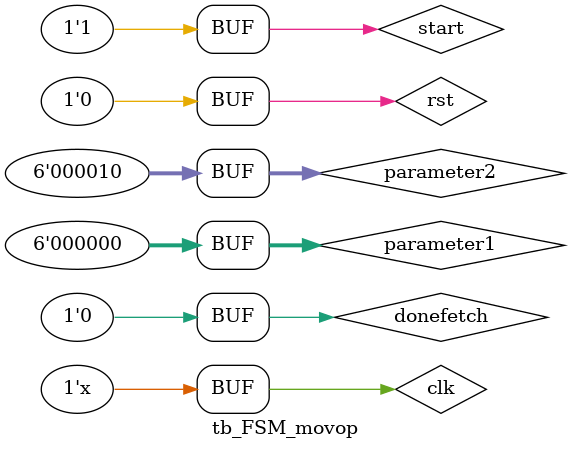
<source format=v>
`timescale 10ns/1ns
module tb_FSM_movop;
    reg clk,rst,start,donefetch;
    reg [5:0] parameter1, parameter2;  
    wire r0in,r1in,r2in,r3in,R0OutEn,R1OutEn,R2OutEn,R3OutEn;
    wire Regjout,Regiin,done;

    
    mov moore_mov(clk,rst,donefetch,start,done,Regjout,Regiin,parameter1,parameter2,r0in,r1in,r2in,r3in,P0in,R0OutEn,R1OutEn,R2OutEn,R3OutEn,P0OutEn);
    initial begin 
             clk=0;
             start=0;
             donefetch=0;
             rst=0;
             #7 rst = 1;
             #7 rst=0;   
             #20 start = 1;
                 parameter1=6'b000000;
                 parameter2=6'b000010;
                 
           end
    always #5 clk=~clk;
    
  
endmodule

</source>
